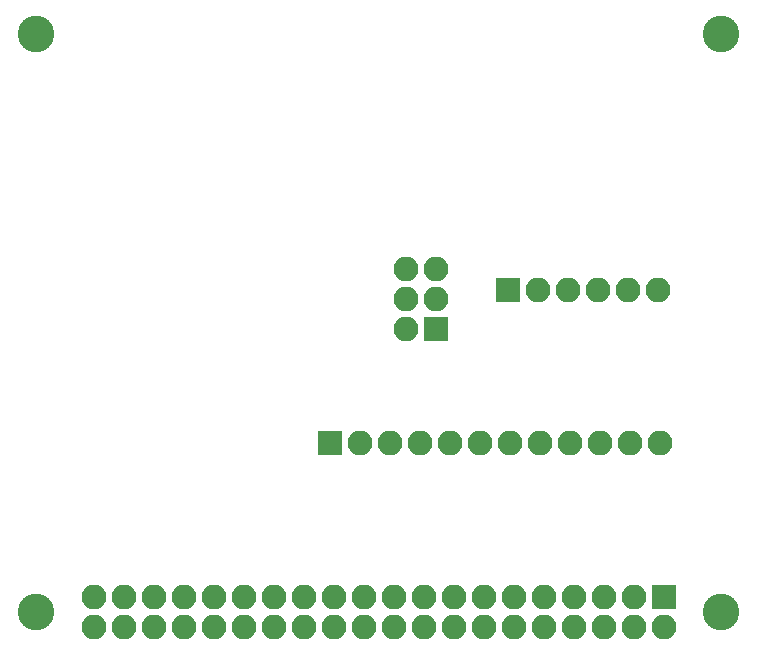
<source format=gbr>
G04 #@! TF.GenerationSoftware,KiCad,Pcbnew,5.0.0*
G04 #@! TF.CreationDate,2019-05-30T17:21:17+01:00*
G04 #@! TF.ProjectId,RRAT,525241542E6B696361645F7063620000,rev?*
G04 #@! TF.SameCoordinates,Original*
G04 #@! TF.FileFunction,Soldermask,Bot*
G04 #@! TF.FilePolarity,Negative*
%FSLAX46Y46*%
G04 Gerber Fmt 4.6, Leading zero omitted, Abs format (unit mm)*
G04 Created by KiCad (PCBNEW 5.0.0) date Thu May 30 17:21:17 2019*
%MOMM*%
%LPD*%
G01*
G04 APERTURE LIST*
%ADD10R,2.100000X2.100000*%
%ADD11O,2.100000X2.100000*%
%ADD12C,3.100000*%
G04 APERTURE END LIST*
D10*
G04 #@! TO.C,J3*
X168680000Y-126355000D03*
D11*
X168680000Y-128895000D03*
X166140000Y-126355000D03*
X166140000Y-128895000D03*
X163600000Y-126355000D03*
X163600000Y-128895000D03*
X161060000Y-126355000D03*
X161060000Y-128895000D03*
X158520000Y-126355000D03*
X158520000Y-128895000D03*
X155980000Y-126355000D03*
X155980000Y-128895000D03*
X153440000Y-126355000D03*
X153440000Y-128895000D03*
X150900000Y-126355000D03*
X150900000Y-128895000D03*
X148360000Y-126355000D03*
X148360000Y-128895000D03*
X145820000Y-126355000D03*
X145820000Y-128895000D03*
X143280000Y-126355000D03*
X143280000Y-128895000D03*
X140740000Y-126355000D03*
X140740000Y-128895000D03*
X138200000Y-126355000D03*
X138200000Y-128895000D03*
X135660000Y-126355000D03*
X135660000Y-128895000D03*
X133120000Y-126355000D03*
X133120000Y-128895000D03*
X130580000Y-126355000D03*
X130580000Y-128895000D03*
X128040000Y-126355000D03*
X128040000Y-128895000D03*
X125500000Y-126355000D03*
X125500000Y-128895000D03*
X122960000Y-126355000D03*
X122960000Y-128895000D03*
X120420000Y-126355000D03*
X120420000Y-128895000D03*
G04 #@! TD*
D12*
G04 #@! TO.C,REF\002A\002A*
X173550000Y-78650000D03*
G04 #@! TD*
G04 #@! TO.C,REF\002A\002A*
X115550000Y-78650000D03*
G04 #@! TD*
G04 #@! TO.C,REF\002A\002A*
X173550000Y-127650000D03*
G04 #@! TD*
D10*
G04 #@! TO.C,J1*
X155448000Y-100330000D03*
D11*
X157988000Y-100330000D03*
X160528000Y-100330000D03*
X163068000Y-100330000D03*
X165608000Y-100330000D03*
X168148000Y-100330000D03*
G04 #@! TD*
D10*
G04 #@! TO.C,J4*
X140448798Y-113349634D03*
D11*
X142988798Y-113349634D03*
X145528798Y-113349634D03*
X148068798Y-113349634D03*
X150608798Y-113349634D03*
X153148798Y-113349634D03*
X155688798Y-113349634D03*
X158228798Y-113349634D03*
X160768798Y-113349634D03*
X163308798Y-113349634D03*
X165848798Y-113349634D03*
X168388798Y-113349634D03*
G04 #@! TD*
D10*
G04 #@! TO.C,J2*
X149352000Y-103632000D03*
D11*
X146812000Y-103632000D03*
X149352000Y-101092000D03*
X146812000Y-101092000D03*
X149352000Y-98552000D03*
X146812000Y-98552000D03*
G04 #@! TD*
D12*
G04 #@! TO.C,REF\002A\002A*
X115550000Y-127650000D03*
G04 #@! TD*
M02*

</source>
